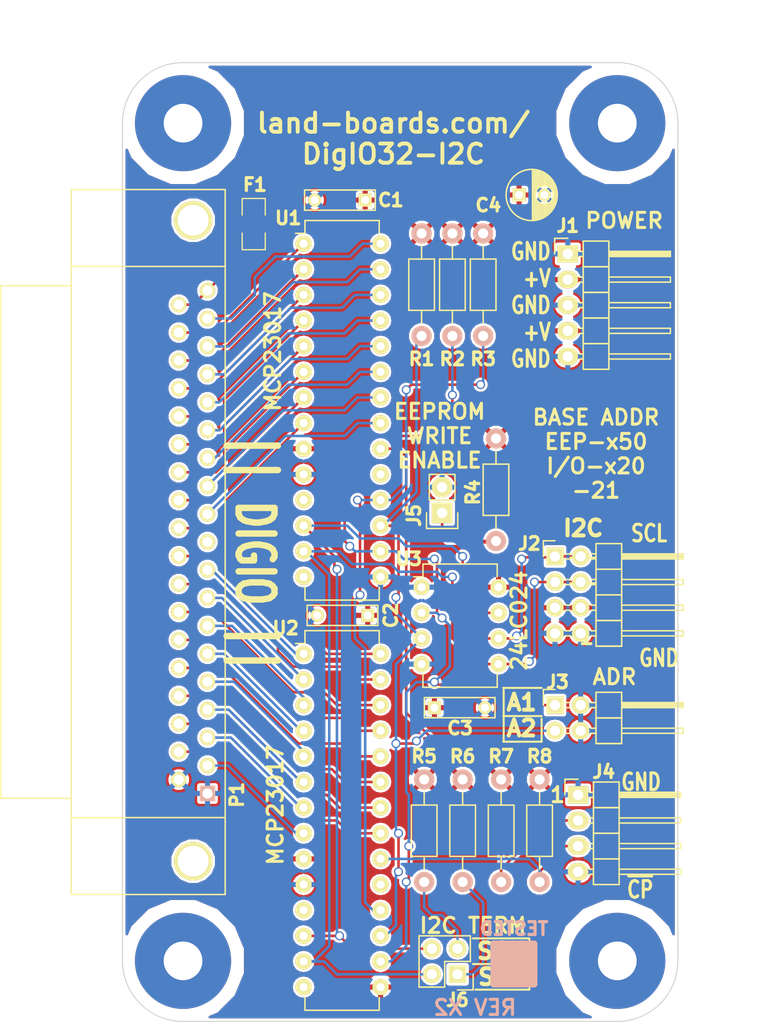
<source format=kicad_pcb>
(kicad_pcb (version 4) (host pcbnew 4.0.1-stable)
  (title_block (title "8-Channel Opto-Isolated Output I2C") (rev X1) (company land-boards.com))
  (layers (0 F.Cu signal) (31 B.Cu signal) (36 B.SilkS user) (37 F.SilkS user) (38 B.Mask user) (39 F.Mask user) (44 Edge.Cuts user))
  (net 0 "")
  (net 1 /A1)
  (net 2 /A2)
  (net 3 /SCL)
  (net 4 /SDA)
  (net 5 /VCC)
  (net 6 GND)
  (net 7 /RST)
  (net 8 /F5V)
  (net 9 "Net-(J6-Pad1)")
  (net 10 "Net-(J6-Pad3)")
  (net 11 /INT0)
  (net 12 /INT1)
  (net 13 "Net-(J5-Pad1)")
  (net 14 "Net-(P1-Pad2)")
  (net 15 "Net-(P1-Pad3)")
  (net 16 "Net-(P1-Pad4)")
  (net 17 "Net-(P1-Pad5)")
  (net 18 "Net-(P1-Pad6)")
  (net 19 "Net-(P1-Pad7)")
  (net 20 "Net-(P1-Pad8)")
  (net 21 "Net-(P1-Pad9)")
  (net 22 "Net-(P1-Pad11)")
  (net 23 "Net-(P1-Pad12)")
  (net 24 "Net-(P1-Pad13)")
  (net 25 "Net-(P1-Pad14)")
  (net 26 "Net-(P1-Pad15)")
  (net 27 "Net-(P1-Pad16)")
  (net 28 "Net-(P1-Pad17)")
  (net 29 "Net-(P1-Pad18)")
  (net 30 "Net-(P1-Pad21)")
  (net 31 "Net-(P1-Pad22)")
  (net 32 "Net-(P1-Pad23)")
  (net 33 "Net-(P1-Pad24)")
  (net 34 "Net-(P1-Pad25)")
  (net 35 "Net-(P1-Pad26)")
  (net 36 "Net-(P1-Pad27)")
  (net 37 "Net-(P1-Pad28)")
  (net 38 "Net-(P1-Pad29)")
  (net 39 "Net-(P1-Pad30)")
  (net 40 "Net-(P1-Pad31)")
  (net 41 "Net-(P1-Pad32)")
  (net 42 "Net-(P1-Pad33)")
  (net 43 "Net-(P1-Pad34)")
  (net 44 "Net-(P1-Pad35)")
  (net 45 "Net-(P1-Pad36)")
  (net 46 "Net-(P1-Pad10)")
  (net 47 "Net-(U1-Pad19)")
  (net 48 "Net-(U2-Pad19)")
  (module MTG-6-32 (layer F.Cu) (at 16 16 180)
    (fp_text reference MTG4 hide)
    (fp_text value MTG_HOLE hide)
    (pad 1 thru_hole circle (at 0 0 180) (size 9.525 9.525) (drill 3.8354) (layers *.Cu *.Mask) (clearance 1.27))
  )
  (module MTG-6-32 (layer F.Cu) (at 59 16 180)
    (fp_text reference MTG3 hide)
    (fp_text value MTG_HOLE hide)
    (pad 1 thru_hole circle (at 0 0 180) (size 9.525 9.525) (drill 3.8354) (layers *.Cu *.Mask) (clearance 1.27))
  )
  (module MTG-6-32 (layer F.Cu) (at 16 99 180)
    (fp_text reference MTG2 hide)
    (fp_text value MTG_HOLE hide)
    (pad 1 thru_hole circle (at 0 0 180) (size 9.525 9.525) (drill 3.8354) (layers *.Cu *.Mask) (clearance 1.27))
  )
  (module MTG-6-32 (layer F.Cu) (at 59 99 180)
    (fp_text reference MTG1 hide)
    (fp_text value MTG_HOLE hide)
    (pad 1 thru_hole circle (at 0 0 180) (size 9.525 9.525) (drill 3.8354) (layers *.Cu *.Mask) (clearance 1.27))
  )
  (module SM1206 (layer F.Cu) (at 23 26 270)
    (fp_text reference F1 (at -3.902 -0.114 360) (layer F.SilkS) (effects (font (size 1.27 1.27) (thickness 0.3175))))
    (fp_text value FUSE hide)
    (pad 1 smd rect (at -1.651 0 270) (size 1.524 2.032) (layers F.Cu F.Mask) (net 5 /VCC))
    (pad 2 smd rect (at 1.651 0 270) (size 1.524 2.032) (layers F.Cu F.Mask) (net 8 /F5V))
  )
  (module Pin_Headers:Pin_Header_Straight_1x02 (layer F.Cu) (at 41.656 54.61 180)
    (fp_text reference J5 (at 2.794 -0.254 270) (layer F.SilkS) (effects (font (size 1.27 1.27) (thickness 0.3175))))
    (fp_text value CONN_01X02 hide)
    (pad 1 thru_hole rect (at 0 0 180) (size 2.032 2.032) (drill 1.016) (layers *.Cu *.Mask F.SilkS) (net 13 "Net-(J5-Pad1)"))
    (pad 2 thru_hole oval (at 0 2.54 180) (size 2.032 2.032) (drill 1.016) (layers *.Cu *.Mask F.SilkS) (net 6 GND))
  )
  (module Capacitors_ThroughHole:C_Rect_L7_W2_P5 (layer F.Cu) (at 34.036 23.622 180)
    (fp_text reference C1 (at -2.54 0 180) (layer F.SilkS) (effects (font (size 1.27 1.27) (thickness 0.3175))))
    (fp_text value 0.1uF hide)
    (pad 1 thru_hole rect (at 0 0 180) (size 1.3 1.3) (drill 0.8) (layers *.Cu *.Mask F.SilkS) (net 5 /VCC))
    (pad 2 thru_hole circle (at 5 0 180) (size 1.3 1.3) (drill 0.8) (layers *.Cu *.Mask F.SilkS) (net 6 GND))
  )
  (module Capacitors_ThroughHole:C_Rect_L7_W2_P5 (layer F.Cu) (at 34.29 64.77 180)
    (fp_text reference C2 (at -2.286 0 270) (layer F.SilkS) (effects (font (size 1.27 1.27) (thickness 0.3175))))
    (fp_text value 0.1uF hide)
    (pad 1 thru_hole rect (at 0 0 180) (size 1.3 1.3) (drill 0.8) (layers *.Cu *.Mask F.SilkS) (net 5 /VCC))
    (pad 2 thru_hole circle (at 5 0 180) (size 1.3 1.3) (drill 0.8) (layers *.Cu *.Mask F.SilkS) (net 6 GND))
  )
  (module Connect:DB37FC (layer F.Cu) (at 17 57.5 90)
    (fp_text reference P1 (at -25.05 4.336 90) (layer F.SilkS) (effects (font (size 1.27 1.27) (thickness 0.3175))))
    (fp_text value DB37 hide)
    (pad 1 thru_hole rect (at -24.9174 1.4224 270) (size 1.524 1.524) (drill 1.016) (layers *.Cu *.SilkS *.Mask) (net 6 GND))
    (pad 2 thru_hole circle (at -22.1488 1.4224 270) (size 1.524 1.524) (drill 1.016) (layers *.Cu *.Mask F.SilkS) (net 14 "Net-(P1-Pad2)"))
    (pad 3 thru_hole circle (at -19.3802 1.4224 270) (size 1.524 1.524) (drill 1.016) (layers *.Cu *.Mask F.SilkS) (net 15 "Net-(P1-Pad3)"))
    (pad 4 thru_hole circle (at -16.6116 1.4224 270) (size 1.524 1.524) (drill 1.016) (layers *.Cu *.Mask F.SilkS) (net 16 "Net-(P1-Pad4)"))
    (pad 5 thru_hole circle (at -13.843 1.4224 270) (size 1.524 1.524) (drill 1.016) (layers *.Cu *.Mask F.SilkS) (net 17 "Net-(P1-Pad5)"))
    (pad 6 thru_hole circle (at -11.0744 1.4224 270) (size 1.524 1.524) (drill 1.016) (layers *.Cu *.Mask F.SilkS) (net 18 "Net-(P1-Pad6)"))
    (pad 7 thru_hole circle (at -8.3058 1.4224 270) (size 1.524 1.524) (drill 1.016) (layers *.Cu *.Mask F.SilkS) (net 19 "Net-(P1-Pad7)"))
    (pad 8 thru_hole circle (at -5.5372 1.4224 270) (size 1.524 1.524) (drill 1.016) (layers *.Cu *.Mask F.SilkS) (net 20 "Net-(P1-Pad8)"))
    (pad 9 thru_hole circle (at -2.7686 1.4224 270) (size 1.524 1.524) (drill 1.016) (layers *.Cu *.Mask F.SilkS) (net 21 "Net-(P1-Pad9)"))
    (pad ? thru_hole circle (at -31.623 0 270) (size 3.81 3.81) (drill 3.048) (layers *.Cu *.Mask F.SilkS))
    (pad ? thru_hole circle (at 31.877 0 270) (size 3.81 3.81) (drill 3.048) (layers *.Cu *.Mask F.SilkS))
    (pad 10 thru_hole circle (at 0 1.4224 270) (size 1.524 1.524) (drill 1.016) (layers *.Cu *.Mask F.SilkS) (net 46 "Net-(P1-Pad10)"))
    (pad 11 thru_hole circle (at 2.7686 1.4224 270) (size 1.524 1.524) (drill 1.016) (layers *.Cu *.Mask F.SilkS) (net 22 "Net-(P1-Pad11)"))
    (pad 12 thru_hole circle (at 5.5372 1.4224 270) (size 1.524 1.524) (drill 1.016) (layers *.Cu *.Mask F.SilkS) (net 23 "Net-(P1-Pad12)"))
    (pad 13 thru_hole circle (at 8.3058 1.4224 270) (size 1.524 1.524) (drill 1.016) (layers *.Cu *.Mask F.SilkS) (net 24 "Net-(P1-Pad13)"))
    (pad 14 thru_hole circle (at 11.0744 1.4224 270) (size 1.524 1.524) (drill 1.016) (layers *.Cu *.Mask F.SilkS) (net 25 "Net-(P1-Pad14)"))
    (pad 15 thru_hole circle (at 13.843 1.4224 270) (size 1.524 1.524) (drill 1.016) (layers *.Cu *.Mask F.SilkS) (net 26 "Net-(P1-Pad15)"))
    (pad 16 thru_hole circle (at 16.6116 1.4224 270) (size 1.524 1.524) (drill 1.016) (layers *.Cu *.Mask F.SilkS) (net 27 "Net-(P1-Pad16)"))
    (pad 17 thru_hole circle (at 19.3802 1.4224 270) (size 1.524 1.524) (drill 1.016) (layers *.Cu *.Mask F.SilkS) (net 28 "Net-(P1-Pad17)"))
    (pad 18 thru_hole circle (at 22.1488 1.4224 270) (size 1.524 1.524) (drill 1.016) (layers *.Cu *.Mask F.SilkS) (net 29 "Net-(P1-Pad18)"))
    (pad 19 thru_hole circle (at 24.9174 1.4224 270) (size 1.524 1.524) (drill 1.016) (layers *.Cu *.Mask F.SilkS) (net 8 /F5V))
    (pad 20 thru_hole circle (at -23.5458 -1.4224 270) (size 1.524 1.524) (drill 1.016) (layers *.Cu *.Mask F.SilkS) (net 6 GND))
    (pad 21 thru_hole circle (at -20.7772 -1.4224 270) (size 1.524 1.524) (drill 1.016) (layers *.Cu *.Mask F.SilkS) (net 30 "Net-(P1-Pad21)"))
    (pad 22 thru_hole circle (at -18.0086 -1.4224 270) (size 1.524 1.524) (drill 1.016) (layers *.Cu *.Mask F.SilkS) (net 31 "Net-(P1-Pad22)"))
    (pad 23 thru_hole circle (at -15.24 -1.4224 270) (size 1.524 1.524) (drill 1.016) (layers *.Cu *.Mask F.SilkS) (net 32 "Net-(P1-Pad23)"))
    (pad 24 thru_hole circle (at -12.4714 -1.4224 270) (size 1.524 1.524) (drill 1.016) (layers *.Cu *.Mask F.SilkS) (net 33 "Net-(P1-Pad24)"))
    (pad 25 thru_hole circle (at -9.7028 -1.4224 270) (size 1.524 1.524) (drill 1.016) (layers *.Cu *.Mask F.SilkS) (net 34 "Net-(P1-Pad25)"))
    (pad 26 thru_hole circle (at -6.9342 -1.4224 270) (size 1.524 1.524) (drill 1.016) (layers *.Cu *.Mask F.SilkS) (net 35 "Net-(P1-Pad26)"))
    (pad 27 thru_hole circle (at -4.1656 -1.4224 270) (size 1.524 1.524) (drill 1.016) (layers *.Cu *.Mask F.SilkS) (net 36 "Net-(P1-Pad27)"))
    (pad 28 thru_hole circle (at -1.397 -1.4224 270) (size 1.524 1.524) (drill 1.016) (layers *.Cu *.Mask F.SilkS) (net 37 "Net-(P1-Pad28)"))
    (pad 29 thru_hole circle (at 1.3716 -1.4224 270) (size 1.524 1.524) (drill 1.016) (layers *.Cu *.Mask F.SilkS) (net 38 "Net-(P1-Pad29)"))
    (pad 30 thru_hole circle (at 4.1402 -1.4224 270) (size 1.524 1.524) (drill 1.016) (layers *.Cu *.Mask F.SilkS) (net 39 "Net-(P1-Pad30)"))
    (pad 31 thru_hole circle (at 6.9088 -1.4224 270) (size 1.524 1.524) (drill 1.016) (layers *.Cu *.Mask F.SilkS) (net 40 "Net-(P1-Pad31)"))
    (pad 32 thru_hole circle (at 9.6774 -1.4224 270) (size 1.524 1.524) (drill 1.016) (layers *.Cu *.Mask F.SilkS) (net 41 "Net-(P1-Pad32)"))
    (pad 33 thru_hole circle (at 12.446 -1.4224 270) (size 1.524 1.524) (drill 1.016) (layers *.Cu *.Mask F.SilkS) (net 42 "Net-(P1-Pad33)"))
    (pad 34 thru_hole circle (at 15.2146 -1.4224 270) (size 1.524 1.524) (drill 1.016) (layers *.Cu *.Mask F.SilkS) (net 43 "Net-(P1-Pad34)"))
    (pad 35 thru_hole circle (at 17.9832 -1.4224 270) (size 1.524 1.524) (drill 1.016) (layers *.Cu *.Mask F.SilkS) (net 44 "Net-(P1-Pad35)"))
    (pad 36 thru_hole circle (at 20.7518 -1.4224 270) (size 1.524 1.524) (drill 1.016) (layers *.Cu *.Mask F.SilkS) (net 45 "Net-(P1-Pad36)"))
    (pad 37 thru_hole circle (at 23.5204 -1.4224 270) (size 1.524 1.524) (drill 1.016) (layers *.Cu *.Mask F.SilkS) (net 8 /F5V))
  )
  (module Housings_DIP:DIP-28_W7.62mm (layer F.Cu) (at 27.94 68.58)
    (fp_text reference U2 (at -1.778 -2.54) (layer F.SilkS) (effects (font (size 1.27 1.27) (thickness 0.3175))))
    (fp_text value MCP23017P hide)
    (pad 1 thru_hole oval (at 0 0) (size 1.6 1.6) (drill 0.8) (layers *.Cu *.Mask F.SilkS) (net 21 "Net-(P1-Pad9)"))
    (pad 2 thru_hole oval (at 0 2.54) (size 1.6 1.6) (drill 0.8) (layers *.Cu *.Mask F.SilkS) (net 20 "Net-(P1-Pad8)"))
    (pad 3 thru_hole oval (at 0 5.08) (size 1.6 1.6) (drill 0.8) (layers *.Cu *.Mask F.SilkS) (net 19 "Net-(P1-Pad7)"))
    (pad 4 thru_hole oval (at 0 7.62) (size 1.6 1.6) (drill 0.8) (layers *.Cu *.Mask F.SilkS) (net 18 "Net-(P1-Pad6)"))
    (pad 5 thru_hole oval (at 0 10.16) (size 1.6 1.6) (drill 0.8) (layers *.Cu *.Mask F.SilkS) (net 17 "Net-(P1-Pad5)"))
    (pad 6 thru_hole oval (at 0 12.7) (size 1.6 1.6) (drill 0.8) (layers *.Cu *.Mask F.SilkS) (net 16 "Net-(P1-Pad4)"))
    (pad 7 thru_hole oval (at 0 15.24) (size 1.6 1.6) (drill 0.8) (layers *.Cu *.Mask F.SilkS) (net 15 "Net-(P1-Pad3)"))
    (pad 8 thru_hole oval (at 0 17.78) (size 1.6 1.6) (drill 0.8) (layers *.Cu *.Mask F.SilkS) (net 14 "Net-(P1-Pad2)"))
    (pad 9 thru_hole oval (at 0 20.32) (size 1.6 1.6) (drill 0.8) (layers *.Cu *.Mask F.SilkS) (net 5 /VCC))
    (pad 10 thru_hole oval (at 0 22.86) (size 1.6 1.6) (drill 0.8) (layers *.Cu *.Mask F.SilkS) (net 6 GND))
    (pad 11 thru_hole oval (at 0 25.4) (size 1.6 1.6) (drill 0.8) (layers *.Cu *.Mask F.SilkS))
    (pad 12 thru_hole oval (at 0 27.94) (size 1.6 1.6) (drill 0.8) (layers *.Cu *.Mask F.SilkS) (net 3 /SCL))
    (pad 13 thru_hole oval (at 0 30.48) (size 1.6 1.6) (drill 0.8) (layers *.Cu *.Mask F.SilkS) (net 4 /SDA))
    (pad 14 thru_hole oval (at 0 33.02) (size 1.6 1.6) (drill 0.8) (layers *.Cu *.Mask F.SilkS))
    (pad 15 thru_hole oval (at 7.62 33.02) (size 1.6 1.6) (drill 0.8) (layers *.Cu *.Mask F.SilkS) (net 5 /VCC))
    (pad 16 thru_hole oval (at 7.62 30.48) (size 1.6 1.6) (drill 0.8) (layers *.Cu *.Mask F.SilkS) (net 1 /A1))
    (pad 17 thru_hole oval (at 7.62 27.94) (size 1.6 1.6) (drill 0.8) (layers *.Cu *.Mask F.SilkS) (net 2 /A2))
    (pad 18 thru_hole oval (at 7.62 25.4) (size 1.6 1.6) (drill 0.8) (layers *.Cu *.Mask F.SilkS) (net 7 /RST))
    (pad 19 thru_hole oval (at 7.62 22.86) (size 1.6 1.6) (drill 0.8) (layers *.Cu *.Mask F.SilkS) (net 48 "Net-(U2-Pad19)"))
    (pad 20 thru_hole oval (at 7.62 20.32) (size 1.6 1.6) (drill 0.8) (layers *.Cu *.Mask F.SilkS) (net 11 /INT0))
    (pad 21 thru_hole oval (at 7.62 17.78) (size 1.6 1.6) (drill 0.8) (layers *.Cu *.Mask F.SilkS) (net 30 "Net-(P1-Pad21)"))
    (pad 22 thru_hole oval (at 7.62 15.24) (size 1.6 1.6) (drill 0.8) (layers *.Cu *.Mask F.SilkS) (net 31 "Net-(P1-Pad22)"))
    (pad 23 thru_hole oval (at 7.62 12.7) (size 1.6 1.6) (drill 0.8) (layers *.Cu *.Mask F.SilkS) (net 32 "Net-(P1-Pad23)"))
    (pad 24 thru_hole oval (at 7.62 10.16) (size 1.6 1.6) (drill 0.8) (layers *.Cu *.Mask F.SilkS) (net 33 "Net-(P1-Pad24)"))
    (pad 25 thru_hole oval (at 7.62 7.62) (size 1.6 1.6) (drill 0.8) (layers *.Cu *.Mask F.SilkS) (net 34 "Net-(P1-Pad25)"))
    (pad 26 thru_hole oval (at 7.62 5.08) (size 1.6 1.6) (drill 0.8) (layers *.Cu *.Mask F.SilkS) (net 35 "Net-(P1-Pad26)"))
    (pad 27 thru_hole oval (at 7.62 2.54) (size 1.6 1.6) (drill 0.8) (layers *.Cu *.Mask F.SilkS) (net 36 "Net-(P1-Pad27)"))
    (pad 28 thru_hole oval (at 7.62 0) (size 1.6 1.6) (drill 0.8) (layers *.Cu *.Mask F.SilkS) (net 37 "Net-(P1-Pad28)"))
  )
  (module Housings_DIP:DIP-28_W7.62mm (layer F.Cu) (at 27.94 27.94)
    (fp_text reference U1 (at -1.524 -2.54) (layer F.SilkS) (effects (font (size 1.27 1.27) (thickness 0.3175))))
    (fp_text value MCP23017P hide)
    (pad 1 thru_hole oval (at 0 0) (size 1.6 1.6) (drill 0.8) (layers *.Cu *.Mask F.SilkS) (net 45 "Net-(P1-Pad36)"))
    (pad 2 thru_hole oval (at 0 2.54) (size 1.6 1.6) (drill 0.8) (layers *.Cu *.Mask F.SilkS) (net 44 "Net-(P1-Pad35)"))
    (pad 3 thru_hole oval (at 0 5.08) (size 1.6 1.6) (drill 0.8) (layers *.Cu *.Mask F.SilkS) (net 43 "Net-(P1-Pad34)"))
    (pad 4 thru_hole oval (at 0 7.62) (size 1.6 1.6) (drill 0.8) (layers *.Cu *.Mask F.SilkS) (net 42 "Net-(P1-Pad33)"))
    (pad 5 thru_hole oval (at 0 10.16) (size 1.6 1.6) (drill 0.8) (layers *.Cu *.Mask F.SilkS) (net 41 "Net-(P1-Pad32)"))
    (pad 6 thru_hole oval (at 0 12.7) (size 1.6 1.6) (drill 0.8) (layers *.Cu *.Mask F.SilkS) (net 40 "Net-(P1-Pad31)"))
    (pad 7 thru_hole oval (at 0 15.24) (size 1.6 1.6) (drill 0.8) (layers *.Cu *.Mask F.SilkS) (net 39 "Net-(P1-Pad30)"))
    (pad 8 thru_hole oval (at 0 17.78) (size 1.6 1.6) (drill 0.8) (layers *.Cu *.Mask F.SilkS) (net 38 "Net-(P1-Pad29)"))
    (pad 9 thru_hole oval (at 0 20.32) (size 1.6 1.6) (drill 0.8) (layers *.Cu *.Mask F.SilkS) (net 5 /VCC))
    (pad 10 thru_hole oval (at 0 22.86) (size 1.6 1.6) (drill 0.8) (layers *.Cu *.Mask F.SilkS) (net 6 GND))
    (pad 11 thru_hole oval (at 0 25.4) (size 1.6 1.6) (drill 0.8) (layers *.Cu *.Mask F.SilkS))
    (pad 12 thru_hole oval (at 0 27.94) (size 1.6 1.6) (drill 0.8) (layers *.Cu *.Mask F.SilkS) (net 3 /SCL))
    (pad 13 thru_hole oval (at 0 30.48) (size 1.6 1.6) (drill 0.8) (layers *.Cu *.Mask F.SilkS) (net 4 /SDA))
    (pad 14 thru_hole oval (at 0 33.02) (size 1.6 1.6) (drill 0.8) (layers *.Cu *.Mask F.SilkS))
    (pad 15 thru_hole oval (at 7.62 33.02) (size 1.6 1.6) (drill 0.8) (layers *.Cu *.Mask F.SilkS) (net 6 GND))
    (pad 16 thru_hole oval (at 7.62 30.48) (size 1.6 1.6) (drill 0.8) (layers *.Cu *.Mask F.SilkS) (net 1 /A1))
    (pad 17 thru_hole oval (at 7.62 27.94) (size 1.6 1.6) (drill 0.8) (layers *.Cu *.Mask F.SilkS) (net 2 /A2))
    (pad 18 thru_hole oval (at 7.62 25.4) (size 1.6 1.6) (drill 0.8) (layers *.Cu *.Mask F.SilkS) (net 7 /RST))
    (pad 19 thru_hole oval (at 7.62 22.86) (size 1.6 1.6) (drill 0.8) (layers *.Cu *.Mask F.SilkS) (net 47 "Net-(U1-Pad19)"))
    (pad 20 thru_hole oval (at 7.62 20.32) (size 1.6 1.6) (drill 0.8) (layers *.Cu *.Mask F.SilkS) (net 12 /INT1))
    (pad 21 thru_hole oval (at 7.62 17.78) (size 1.6 1.6) (drill 0.8) (layers *.Cu *.Mask F.SilkS) (net 22 "Net-(P1-Pad11)"))
    (pad 22 thru_hole oval (at 7.62 15.24) (size 1.6 1.6) (drill 0.8) (layers *.Cu *.Mask F.SilkS) (net 23 "Net-(P1-Pad12)"))
    (pad 23 thru_hole oval (at 7.62 12.7) (size 1.6 1.6) (drill 0.8) (layers *.Cu *.Mask F.SilkS) (net 24 "Net-(P1-Pad13)"))
    (pad 24 thru_hole oval (at 7.62 10.16) (size 1.6 1.6) (drill 0.8) (layers *.Cu *.Mask F.SilkS) (net 25 "Net-(P1-Pad14)"))
    (pad 25 thru_hole oval (at 7.62 7.62) (size 1.6 1.6) (drill 0.8) (layers *.Cu *.Mask F.SilkS) (net 26 "Net-(P1-Pad15)"))
    (pad 26 thru_hole oval (at 7.62 5.08) (size 1.6 1.6) (drill 0.8) (layers *.Cu *.Mask F.SilkS) (net 27 "Net-(P1-Pad16)"))
    (pad 27 thru_hole oval (at 7.62 2.54) (size 1.6 1.6) (drill 0.8) (layers *.Cu *.Mask F.SilkS) (net 28 "Net-(P1-Pad17)"))
    (pad 28 thru_hole oval (at 7.62 0) (size 1.6 1.6) (drill 0.8) (layers *.Cu *.Mask F.SilkS) (net 29 "Net-(P1-Pad18)"))
  )
  (module Housings_DIP:DIP-8_W7.62mm (layer F.Cu) (at 39.624 61.976)
    (fp_text reference U3 (at -1.27 -2.794) (layer F.SilkS) (effects (font (size 1.27 1.27) (thickness 0.3175))))
    (fp_text value 24C01 hide)
    (pad 1 thru_hole oval (at 0 0) (size 1.6 1.6) (drill 0.8) (layers *.Cu *.Mask F.SilkS) (net 6 GND))
    (pad 2 thru_hole oval (at 0 2.54) (size 1.6 1.6) (drill 0.8) (layers *.Cu *.Mask F.SilkS) (net 1 /A1))
    (pad 3 thru_hole oval (at 0 5.08) (size 1.6 1.6) (drill 0.8) (layers *.Cu *.Mask F.SilkS) (net 2 /A2))
    (pad 4 thru_hole oval (at 0 7.62) (size 1.6 1.6) (drill 0.8) (layers *.Cu *.Mask F.SilkS) (net 6 GND))
    (pad 5 thru_hole oval (at 7.62 7.62) (size 1.6 1.6) (drill 0.8) (layers *.Cu *.Mask F.SilkS) (net 4 /SDA))
    (pad 6 thru_hole oval (at 7.62 5.08) (size 1.6 1.6) (drill 0.8) (layers *.Cu *.Mask F.SilkS) (net 3 /SCL))
    (pad 7 thru_hole oval (at 7.62 2.54) (size 1.6 1.6) (drill 0.8) (layers *.Cu *.Mask F.SilkS) (net 13 "Net-(J5-Pad1)"))
    (pad 8 thru_hole oval (at 7.62 0) (size 1.6 1.6) (drill 0.8) (layers *.Cu *.Mask F.SilkS) (net 5 /VCC))
  )
  (module Pin_Headers:Pin_Header_Angled_2x04 (layer F.Cu) (at 52.832 58.928)
    (fp_text reference J2 (at -2.54 -1.27) (layer F.SilkS) (effects (font (size 1.27 1.27) (thickness 0.3175))))
    (fp_text value CONN_02X04 hide)
    (pad 1 thru_hole rect (at 0 0) (size 1.7272 1.7272) (drill 1.016) (layers *.Cu *.Mask F.SilkS) (net 3 /SCL))
    (pad 2 thru_hole oval (at 2.54 0) (size 1.7272 1.7272) (drill 1.016) (layers *.Cu *.Mask F.SilkS) (net 3 /SCL))
    (pad 3 thru_hole oval (at 0 2.54) (size 1.7272 1.7272) (drill 1.016) (layers *.Cu *.Mask F.SilkS) (net 4 /SDA))
    (pad 4 thru_hole oval (at 2.54 2.54) (size 1.7272 1.7272) (drill 1.016) (layers *.Cu *.Mask F.SilkS) (net 4 /SDA))
    (pad 5 thru_hole oval (at 0 5.08) (size 1.7272 1.7272) (drill 1.016) (layers *.Cu *.Mask F.SilkS) (net 5 /VCC))
    (pad 6 thru_hole oval (at 2.54 5.08) (size 1.7272 1.7272) (drill 1.016) (layers *.Cu *.Mask F.SilkS) (net 5 /VCC))
    (pad 7 thru_hole oval (at 0 7.62) (size 1.7272 1.7272) (drill 1.016) (layers *.Cu *.Mask F.SilkS) (net 6 GND))
    (pad 8 thru_hole oval (at 2.54 7.62) (size 1.7272 1.7272) (drill 1.016) (layers *.Cu *.Mask F.SilkS) (net 6 GND))
  )
  (module Pin_Headers:Pin_Header_Angled_1x05 (layer F.Cu) (at 54.102 28.956)
    (fp_text reference J1 (at 0 -2.794) (layer F.SilkS) (effects (font (size 1.27 1.27) (thickness 0.3175))))
    (fp_text value CONN_01X05 hide)
    (pad 1 thru_hole rect (at 0 0) (size 2.032 1.7272) (drill 1.016) (layers *.Cu *.Mask F.SilkS) (net 6 GND))
    (pad 2 thru_hole oval (at 0 2.54) (size 2.032 1.7272) (drill 1.016) (layers *.Cu *.Mask F.SilkS) (net 5 /VCC))
    (pad 3 thru_hole oval (at 0 5.08) (size 2.032 1.7272) (drill 1.016) (layers *.Cu *.Mask F.SilkS) (net 6 GND))
    (pad 4 thru_hole oval (at 0 7.62) (size 2.032 1.7272) (drill 1.016) (layers *.Cu *.Mask F.SilkS) (net 5 /VCC))
    (pad 5 thru_hole oval (at 0 10.16) (size 2.032 1.7272) (drill 1.016) (layers *.Cu *.Mask F.SilkS) (net 6 GND))
  )
  (module Resistors_ThroughHole:Resistor_Horizontal_RM10mm (layer F.Cu) (at 43.688 91.186 90)
    (fp_text reference R6 (at 12.446 0 180) (layer F.SilkS) (effects (font (size 1.27 1.27) (thickness 0.3175))))
    (fp_text value 2.2K hide)
    (pad 1 thru_hole circle (at 0 0 90) (size 1.99898 1.99898) (drill 1.00076) (layers *.Cu *.SilkS *.Mask) (net 9 "Net-(J6-Pad1)"))
    (pad 2 thru_hole circle (at 10.16 0 90) (size 1.99898 1.99898) (drill 1.00076) (layers *.Cu *.SilkS *.Mask) (net 5 /VCC))
  )
  (module Resistors_ThroughHole:Resistor_Horizontal_RM10mm (layer F.Cu) (at 39.878 91.186 90)
    (fp_text reference R5 (at 12.446 0 180) (layer F.SilkS) (effects (font (size 1.27 1.27) (thickness 0.3175))))
    (fp_text value 2.2K hide)
    (pad 1 thru_hole circle (at 0 0 90) (size 1.99898 1.99898) (drill 1.00076) (layers *.Cu *.SilkS *.Mask) (net 10 "Net-(J6-Pad3)"))
    (pad 2 thru_hole circle (at 10.16 0 90) (size 1.99898 1.99898) (drill 1.00076) (layers *.Cu *.SilkS *.Mask) (net 5 /VCC))
  )
  (module Resistors_ThroughHole:Resistor_Horizontal_RM10mm (layer F.Cu) (at 47.498 91.186 90)
    (fp_text reference R7 (at 12.446 0 180) (layer F.SilkS) (effects (font (size 1.27 1.27) (thickness 0.3175))))
    (fp_text value 10K hide)
    (pad 1 thru_hole circle (at 0 0 90) (size 1.99898 1.99898) (drill 1.00076) (layers *.Cu *.SilkS *.Mask) (net 12 /INT1))
    (pad 2 thru_hole circle (at 10.16 0 90) (size 1.99898 1.99898) (drill 1.00076) (layers *.Cu *.SilkS *.Mask) (net 5 /VCC))
  )
  (module Resistors_ThroughHole:Resistor_Horizontal_RM10mm (layer F.Cu) (at 45.72 37.084 90)
    (fp_text reference R3 (at -2.286 0 180) (layer F.SilkS) (effects (font (size 1.27 1.27) (thickness 0.3175))))
    (fp_text value 10K hide)
    (pad 1 thru_hole circle (at 0 0 90) (size 1.99898 1.99898) (drill 1.00076) (layers *.Cu *.SilkS *.Mask) (net 7 /RST))
    (pad 2 thru_hole circle (at 10.16 0 90) (size 1.99898 1.99898) (drill 1.00076) (layers *.Cu *.SilkS *.Mask) (net 5 /VCC))
  )
  (module Resistors_ThroughHole:Resistor_Horizontal_RM10mm (layer F.Cu) (at 46.99 57.404 90)
    (fp_text reference R4 (at 4.826 -2.286 270) (layer F.SilkS) (effects (font (size 1.27 1.27) (thickness 0.3175))))
    (fp_text value 1K hide)
    (pad 1 thru_hole circle (at 0 0 90) (size 1.99898 1.99898) (drill 1.00076) (layers *.Cu *.SilkS *.Mask) (net 13 "Net-(J5-Pad1)"))
    (pad 2 thru_hole circle (at 10.16 0 90) (size 1.99898 1.99898) (drill 1.00076) (layers *.Cu *.SilkS *.Mask) (net 5 /VCC))
  )
  (module Resistors_ThroughHole:Resistor_Horizontal_RM10mm (layer F.Cu) (at 39.624 37.084 90)
    (fp_text reference R1 (at -2.286 0 180) (layer F.SilkS) (effects (font (size 1.27 1.27) (thickness 0.3175))))
    (fp_text value 10K hide)
    (pad 1 thru_hole circle (at 0 0 90) (size 1.99898 1.99898) (drill 1.00076) (layers *.Cu *.SilkS *.Mask) (net 2 /A2))
    (pad 2 thru_hole circle (at 10.16 0 90) (size 1.99898 1.99898) (drill 1.00076) (layers *.Cu *.SilkS *.Mask) (net 5 /VCC))
  )
  (module Resistors_ThroughHole:Resistor_Horizontal_RM10mm (layer F.Cu) (at 51.308 91.186 90)
    (fp_text reference R8 (at 12.446 0 180) (layer F.SilkS) (effects (font (size 1.27 1.27) (thickness 0.3175))))
    (fp_text value 10K hide)
    (pad 1 thru_hole circle (at 0 0 90) (size 1.99898 1.99898) (drill 1.00076) (layers *.Cu *.SilkS *.Mask) (net 11 /INT0))
    (pad 2 thru_hole circle (at 10.16 0 90) (size 1.99898 1.99898) (drill 1.00076) (layers *.Cu *.SilkS *.Mask) (net 5 /VCC))
  )
  (module Resistors_ThroughHole:Resistor_Horizontal_RM10mm (layer F.Cu) (at 42.672 37.084 90)
    (fp_text reference R2 (at -2.286 0 180) (layer F.SilkS) (effects (font (size 1.27 1.27) (thickness 0.3175))))
    (fp_text value 10K hide)
    (pad 1 thru_hole circle (at 0 0 90) (size 1.99898 1.99898) (drill 1.00076) (layers *.Cu *.SilkS *.Mask) (net 1 /A1))
    (pad 2 thru_hole circle (at 10.16 0 90) (size 1.99898 1.99898) (drill 1.00076) (layers *.Cu *.SilkS *.Mask) (net 5 /VCC))
  )
  (module Pin_Headers:Pin_Header_Angled_1x04 (layer F.Cu) (at 55.118 82.55)
    (fp_text reference J4 (at 2.54 -2.286) (layer F.SilkS) (effects (font (size 1.27 1.27) (thickness 0.3175))))
    (fp_text value CONN_01X04 hide)
    (pad 1 thru_hole rect (at 0 0) (size 2.032 1.7272) (drill 1.016) (layers *.Cu *.Mask F.SilkS) (net 6 GND))
    (pad 2 thru_hole oval (at 0 2.54) (size 2.032 1.7272) (drill 1.016) (layers *.Cu *.Mask F.SilkS) (net 12 /INT1))
    (pad 3 thru_hole oval (at 0 5.08) (size 2.032 1.7272) (drill 1.016) (layers *.Cu *.Mask F.SilkS) (net 11 /INT0))
    (pad 4 thru_hole oval (at 0 7.62) (size 2.032 1.7272) (drill 1.016) (layers *.Cu *.Mask F.SilkS) (net 6 GND))
  )
  (module Capacitors_ThroughHole:C_Rect_L7_W2_P5 (layer F.Cu) (at 40.894 73.914)
    (fp_text reference C3 (at 2.54 2.032) (layer F.SilkS) (effects (font (size 1.27 1.27) (thickness 0.3175))))
    (fp_text value 0.1uF hide)
    (pad 1 thru_hole rect (at 0 0) (size 1.3 1.3) (drill 0.8) (layers *.Cu *.Mask F.SilkS) (net 5 /VCC))
    (pad 2 thru_hole circle (at 5 0) (size 1.3 1.3) (drill 0.8) (layers *.Cu *.Mask F.SilkS) (net 6 GND))
  )
  (module Pin_Headers:Pin_Header_Angled_2x02 (layer F.Cu) (at 52.832 73.66)
    (fp_text reference J3 (at 0.254 -2.286) (layer F.SilkS) (effects (font (size 1.27 1.27) (thickness 0.3175))))
    (fp_text value CONN_02X02 hide)
    (pad 1 thru_hole rect (at 0 0) (size 1.7272 1.7272) (drill 1.016) (layers *.Cu *.Mask F.SilkS) (net 1 /A1))
    (pad 2 thru_hole oval (at 2.54 0) (size 1.7272 1.7272) (drill 1.016) (layers *.Cu *.Mask F.SilkS) (net 6 GND))
    (pad 3 thru_hole oval (at 0 2.54) (size 1.7272 1.7272) (drill 1.016) (layers *.Cu *.Mask F.SilkS) (net 2 /A2))
    (pad 4 thru_hole oval (at 2.54 2.54) (size 1.7272 1.7272) (drill 1.016) (layers *.Cu *.Mask F.SilkS) (net 6 GND))
  )
  (module Pin_Headers:Pin_Header_Straight_2x02 (layer F.Cu) (at 43.18 100.33 180)
    (fp_text reference J6 (at 0 -2.54 180) (layer F.SilkS) (effects (font (size 1.27 1.27) (thickness 0.3175))))
    (fp_text value CONN_02X02 hide)
    (pad 1 thru_hole rect (at 0 0 180) (size 1.7272 1.7272) (drill 1.016) (layers *.Cu *.Mask F.SilkS) (net 9 "Net-(J6-Pad1)"))
    (pad 2 thru_hole oval (at 2.54 0 180) (size 1.7272 1.7272) (drill 1.016) (layers *.Cu *.Mask F.SilkS) (net 4 /SDA))
    (pad 3 thru_hole oval (at 0 2.54 180) (size 1.7272 1.7272) (drill 1.016) (layers *.Cu *.Mask F.SilkS) (net 10 "Net-(J6-Pad3)"))
    (pad 4 thru_hole oval (at 2.54 2.54 180) (size 1.7272 1.7272) (drill 1.016) (layers *.Cu *.Mask F.SilkS) (net 3 /SCL))
  )
  (module Capacitors_ThroughHole:C_Radial_D5_L11_P2.5 (layer F.Cu) (at 49.276 23.114)
    (fp_text reference C4 (at -3.048 1.016) (layer F.SilkS) (effects (font (size 1.27 1.27) (thickness 0.3175))))
    (fp_text value 47uF hide)
    (pad 1 thru_hole rect (at 0 0) (size 1.3 1.3) (drill 0.8) (layers *.Cu *.Mask F.SilkS) (net 5 /VCC))
    (pad 2 thru_hole circle (at 2.5 0) (size 1.3 1.3) (drill 0.8) (layers *.Cu *.Mask F.SilkS) (net 6 GND))
  )
  (module DougsNewMods:TEST_BLK-REAR (layer F.Cu) (at 48.768 99.314)
    (fp_text reference TESTED (at 0 -3.5) (layer B.SilkS) (effects (font (size 1.27 1.27) (thickness 0.3175)) (justify mirror)))
    (fp_text value TESTED_COUPON hide)
  )
  (gr_text ~CP (at 62.738 91.948) (layer F.SilkS) (effects (font (size 1.651 1.27) (thickness 0.3)) (justify right)))
  (gr_text SCL (at 60.198 56.642) (layer F.SilkS) (effects (font (size 1.651 1.27) (thickness 0.3)) (justify left)))
  (gr_line (start 50.292 99.314) (end 44.704 99.314) (angle 90) (layer F.SilkS) (width 0.2))
  (gr_line (start 50.292 101.854) (end 44.958 101.854) (angle 90) (layer F.SilkS) (width 0.2))
  (gr_line (start 50.292 96.774) (end 50.292 101.854) (angle 90) (layer F.SilkS) (width 0.2))
  (gr_line (start 44.704 96.774) (end 50.292 96.774) (angle 90) (layer F.SilkS) (width 0.2))
  (gr_line (start 47.752 72.136) (end 47.752 77.216) (angle 90) (layer F.SilkS) (width 0.2))
  (gr_text "A1\nA2" (at 49.53 74.676) (layer F.SilkS) (effects (font (size 1.5875 1.5875) (thickness 0.396875))))
  (gr_line (start 59 105) (end 16 105) (angle 90) (layer Edge.Cuts) (width 0.1))
  (gr_line (start 16 10) (end 59 10) (angle 90) (layer Edge.Cuts) (width 0.1))
  (gr_text MCP23017 (at 24.892 38.608 90) (layer F.SilkS) (effects (font (size 1.5 1.5) (thickness 0.3))))
  (gr_line (start 54.35 59.046) (end 56.89 59.046) (angle 90) (layer F.SilkS) (width 0.2))
  (gr_line (start 54.35 61.586) (end 56.89 61.586) (angle 90) (layer F.SilkS) (width 0.2))
  (gr_line (start 47.698 71.952) (end 51.508 71.952) (angle 90) (layer F.SilkS) (width 0.2))
  (gr_line (start 47.698 74.746) (end 51.508 74.746) (angle 90) (layer F.SilkS) (width 0.2))
  (gr_line (start 51.508 77.286) (end 51.508 75) (angle 90) (layer F.SilkS) (width 0.2))
  (gr_line (start 47.698 77.286) (end 51.508 77.286) (angle 90) (layer F.SilkS) (width 0.2))
  (gr_text POWER (at 59.69 25.654) (layer F.SilkS) (effects (font (size 1.5 1.5) (thickness 0.3))))
  (gr_text "EEPROM\nWRITE\nENABLE" (at 41.402 46.99) (layer F.SilkS) (effects (font (size 1.5 1.5) (thickness 0.3))))
  (gr_text 24LC024 (at 49.276 65.278 90) (layer F.SilkS) (effects (font (size 1.5 1.5) (thickness 0.3))))
  (gr_text MCP23017 (at 25.146 83.566 90) (layer F.SilkS) (effects (font (size 1.5 1.5) (thickness 0.3))))
  (gr_text "SCK\nSDA" (at 47.498 99.314) (layer F.SilkS) (effects (font (size 1.5875 1.5875) (thickness 0.396875))))
  (gr_text "I2C TERM" (at 44.704 95.504) (layer F.SilkS) (effects (font (size 1.5 1.5) (thickness 0.3))))
  (gr_text ADR (at 56.388 70.866) (layer F.SilkS) (effects (font (size 1.5 1.5) (thickness 0.3)) (justify left)))
  (gr_text 1 (at 53.086 82.55) (layer F.SilkS) (effects (font (size 1.5 1.5) (thickness 0.3))))
  (gr_text 1 (at 55.958 66.896) (layer F.SilkS) (effects (font (size 1.5 1.5) (thickness 0.3))))
  (gr_text "GND\n+V\nGND\n+V\nGND" (at 52.578 34.036) (layer F.SilkS) (effects (font (size 1.651 1.27) (thickness 0.3)) (justify right)))
  (gr_text GND (at 63.5 81.28) (layer F.SilkS) (effects (font (size 1.651 1.27) (thickness 0.3)) (justify right)))
  (gr_line (start 10 99) (end 10 16) (angle 90) (layer Edge.Cuts) (width 0.1))
  (gr_line (start 65 16) (end 65 99) (angle 90) (layer Edge.Cuts) (width 0.1))
  (gr_arc (start 16 99) (end 16 105) (angle 90) (layer Edge.Cuts) (width 0.1))
  (gr_arc (start 59 99) (end 65 99) (angle 90) (layer Edge.Cuts) (width 0.1))
  (gr_arc (start 59 16) (end 59 10) (angle 90) (layer Edge.Cuts) (width 0.1))
  (gr_arc (start 16 16) (end 10 16) (angle 90) (layer Edge.Cuts) (width 0.1))
  (gr_text "BASE ADDR\nEEP-x50\nI/O-x20\n-21" (at 56.896 48.768) (layer F.SilkS) (effects (font (size 1.5 1.5) (thickness 0.3))))
  (gr_text "land-boards.com/\nDigIO32-I2C" (at 36.83 17.526) (layer F.SilkS) (effects (font (size 1.905 1.905) (thickness 0.381))))
  (gr_text I2C (at 55.626 56.134) (layer F.SilkS) (effects (font (size 1.5875 1.5875) (thickness 0.396875))))
  (gr_text GND (at 61 69) (layer F.SilkS) (effects (font (size 1.651 1.27) (thickness 0.3)) (justify left)))
  (gr_text "|| DIGIO ||" (at 23.114 70.866 270) (layer F.SilkS) (effects (font (size 3.556 2.54) (thickness 0.635)) (justify right)))
  (gr_text "REV X2" (at 40.64 103.632) (layer B.SilkS) (effects (font (size 1.5 1.5) (thickness 0.3)) (justify right mirror)))
  (segment (start 52.832 73.66) (end 51.054 73.66) (width 0.254) (layer F.Cu) (net 1))
  (via (at 40.894 71.374) (size 0.889) (layers F.Cu B.Cu) (net 1))
  (segment (start 41.148 71.628) (end 40.894 71.374) (width 0.254) (layer F.Cu) (net 1))
  (segment (start 49.022 71.628) (end 41.148 71.628) (width 0.254) (layer F.Cu) (net 1))
  (segment (start 51.054 73.66) (end 49.022 71.628) (width 0.254) (layer F.Cu) (net 1))
  (segment (start 38.1 77.978) (end 38.1 72.39) (width 0.254) (layer B.Cu) (net 1))
  (segment (start 39.116 71.374) (end 40.894 71.374) (width 0.254) (layer B.Cu) (net 1))
  (segment (start 35.56 99.06) (end 36.576 99.06) (width 0.254) (layer B.Cu) (net 1))
  (segment (start 38.1 82.296) (end 38.1 77.978) (width 0.254) (layer B.Cu) (net 1))
  (segment (start 38.354 82.55) (end 38.1 82.296) (width 0.254) (layer B.Cu) (net 1))
  (segment (start 38.354 87.63) (end 38.354 82.55) (width 0.254) (layer B.Cu) (net 1))
  (via (at 38.354 87.63) (size 0.889) (layers F.Cu B.Cu) (net 1))
  (segment (start 38.354 90.932) (end 38.354 87.63) (width 0.254) (layer F.Cu) (net 1))
  (segment (start 38.1 91.186) (end 38.354 90.932) (width 0.254) (layer F.Cu) (net 1))
  (via (at 38.1 91.186) (size 0.889) (layers F.Cu B.Cu) (net 1))
  (segment (start 38.1 97.536) (end 38.1 91.186) (width 0.254) (layer B.Cu) (net 1))
  (segment (start 36.576 99.06) (end 38.1 97.536) (width 0.254) (layer B.Cu) (net 1))
  (segment (start 38.1 72.39) (end 39.116 71.374) (width 0.254) (layer B.Cu) (net 1))
  (segment (start 41.148 64.516) (end 39.624 64.516) (width 0.254) (layer B.Cu) (net 1))
  (segment (start 37.084 58.42) (end 37.846 59.182) (width 0.254) (layer B.Cu) (net 1))
  (segment (start 37.846 59.182) (end 40.894 59.182) (width 0.254) (layer B.Cu) (net 1))
  (via (at 40.894 59.182) (size 0.889) (layers F.Cu B.Cu) (net 1))
  (segment (start 40.894 59.182) (end 41.148 59.436) (width 0.254) (layer F.Cu) (net 1))
  (segment (start 41.148 59.436) (end 41.148 64.516) (width 0.254) (layer F.Cu) (net 1))
  (segment (start 41.148 64.516) (end 41.656 65.024) (width 0.254) (layer F.Cu) (net 1))
  (segment (start 35.56 58.42) (end 37.084 58.42) (width 0.254) (layer B.Cu) (net 1))
  (segment (start 33.02 58.42) (end 32.512 57.912) (width 0.254) (layer B.Cu) (net 1))
  (via (at 32.512 57.912) (size 0.889) (layers F.Cu B.Cu) (net 1))
  (segment (start 32.512 57.912) (end 32.004 57.404) (width 0.254) (layer F.Cu) (net 1))
  (segment (start 32.004 57.404) (end 32.004 48.26) (width 0.254) (layer F.Cu) (net 1))
  (segment (start 32.004 48.26) (end 33.274 46.99) (width 0.254) (layer F.Cu) (net 1))
  (segment (start 33.274 46.99) (end 39.37 46.99) (width 0.254) (layer F.Cu) (net 1))
  (segment (start 39.37 46.99) (end 42.672 43.688) (width 0.254) (layer F.Cu) (net 1))
  (segment (start 42.672 43.688) (end 42.672 42.926) (width 0.254) (layer F.Cu) (net 1))
  (via (at 42.672 42.926) (size 0.889) (layers F.Cu B.Cu) (net 1))
  (segment (start 42.672 42.926) (end 42.672 37.211) (width 0.254) (layer B.Cu) (net 1))
  (segment (start 35.56 58.42) (end 33.02 58.42) (width 0.254) (layer B.Cu) (net 1))
  (segment (start 41.656 65.024) (end 41.148 64.516) (width 0.254) (layer B.Cu) (net 1))
  (via (at 41.656 65.024) (size 0.889) (layers F.Cu B.Cu) (net 1))
  (segment (start 42.418 65.786) (end 41.656 65.024) (width 0.254) (layer B.Cu) (net 1))
  (segment (start 40.894 71.374) (end 42.418 69.85) (width 0.254) (layer B.Cu) (net 1))
  (segment (start 42.418 69.85) (end 42.418 65.786) (width 0.254) (layer B.Cu) (net 1))
  (segment (start 52.832 76.2) (end 40.132 76.2) (width 0.254) (layer B.Cu) (net 2))
  (via (at 37.084 77.47) (size 0.889) (layers F.Cu B.Cu) (net 2))
  (segment (start 38.862 77.47) (end 37.084 77.47) (width 0.254) (layer F.Cu) (net 2))
  (segment (start 39.116 77.216) (end 38.862 77.47) (width 0.254) (layer F.Cu) (net 2))
  (via (at 39.116 77.216) (size 0.889) (layers F.Cu B.Cu) (net 2))
  (segment (start 40.132 76.2) (end 39.116 77.216) (width 0.254) (layer B.Cu) (net 2))
  (segment (start 37.084 74.93) (end 37.084 71.628) (width 0.254) (layer B.Cu) (net 2))
  (segment (start 37.084 86.106) (end 37.084 77.47) (width 0.254) (layer B.Cu) (net 2))
  (segment (start 37.338 86.36) (end 37.084 86.106) (width 0.254) (layer B.Cu) (net 2))
  (segment (start 37.084 77.47) (end 37.084 74.93) (width 0.254) (layer B.Cu) (net 2))
  (segment (start 37.084 71.628) (end 37.084 69.596) (width 0.254) (layer B.Cu) (net 2))
  (segment (start 36.068 96.52) (end 37.084 95.504) (width 0.254) (layer B.Cu) (net 2))
  (segment (start 37.084 95.504) (end 37.084 90.424) (width 0.254) (layer B.Cu) (net 2))
  (segment (start 37.084 90.424) (end 37.338 90.17) (width 0.254) (layer B.Cu) (net 2))
  (via (at 37.338 90.17) (size 0.889) (layers F.Cu B.Cu) (net 2))
  (segment (start 37.338 90.17) (end 37.338 86.36) (width 0.254) (layer F.Cu) (net 2))
  (via (at 37.338 86.36) (size 0.889) (layers F.Cu B.Cu) (net 2))
  (segment (start 35.56 96.52) (end 36.068 96.52) (width 0.254) (layer B.Cu) (net 2))
  (segment (start 39.116 37.719) (end 39.624 37.211) (width 0.254) (layer B.Cu) (net 2))
  (segment (start 39.116 52.578) (end 39.116 37.719) (width 0.254) (layer B.Cu) (net 2))
  (segment (start 35.814 55.88) (end 39.116 52.578) (width 0.254) (layer B.Cu) (net 2))
  (segment (start 35.56 55.88) (end 35.814 55.88) (width 0.254) (layer B.Cu) (net 2))
  (segment (start 37.084 64.516) (end 39.624 67.056) (width 0.254) (layer B.Cu) (net 2))
  (segment (start 36.576 55.88) (end 35.56 55.88) (width 0.254) (layer F.Cu) (net 2))
  (segment (start 37.338 56.642) (end 36.576 55.88) (width 0.254) (layer F.Cu) (net 2))
  (segment (start 37.338 62.738) (end 37.338 56.642) (width 0.254) (layer F.Cu) (net 2))
  (segment (start 37.084 62.992) (end 37.338 62.738) (width 0.254) (layer F.Cu) (net 2))
  (via (at 37.084 62.992) (size 0.889) (layers F.Cu B.Cu) (net 2))
  (segment (start 37.084 62.992) (end 37.084 64.516) (width 0.254) (layer B.Cu) (net 2))
  (segment (start 37.084 69.596) (end 39.624 67.056) (width 0.254) (layer B.Cu) (net 2))
  (segment (start 40.64 97.79) (end 32.766 97.79) (width 0.254) (layer F.Cu) (net 3))
  (segment (start 32.766 97.79) (end 31.496 96.52) (width 0.254) (layer F.Cu) (net 3))
  (segment (start 48.768 67.056) (end 49.022 66.802) (width 0.254) (layer F.Cu) (net 3))
  (via (at 49.022 66.802) (size 0.889) (layers F.Cu B.Cu) (net 3))
  (segment (start 49.022 66.802) (end 49.53 66.294) (width 0.254) (layer B.Cu) (net 3))
  (segment (start 49.53 66.294) (end 49.53 59.182) (width 0.254) (layer B.Cu) (net 3))
  (via (at 49.53 59.182) (size 0.889) (layers F.Cu B.Cu) (net 3))
  (segment (start 49.53 59.182) (end 49.69 59.022) (width 0.254) (layer F.Cu) (net 3))
  (segment (start 49.69 59.022) (end 52.91 59.022) (width 0.254) (layer F.Cu) (net 3))
  (segment (start 47.244 67.056) (end 48.768 67.056) (width 0.254) (layer F.Cu) (net 3))
  (segment (start 45.72 67.056) (end 43.688 65.024) (width 0.254) (layer F.Cu) (net 3))
  (segment (start 43.688 65.024) (end 43.688 58.928) (width 0.254) (layer F.Cu) (net 3))
  (via (at 43.688 58.928) (size 0.889) (layers F.Cu B.Cu) (net 3))
  (segment (start 43.688 58.928) (end 42.672 57.912) (width 0.254) (layer B.Cu) (net 3))
  (segment (start 42.672 57.912) (end 38.1 57.912) (width 0.254) (layer B.Cu) (net 3))
  (segment (start 38.1 57.912) (end 37.338 57.15) (width 0.254) (layer B.Cu) (net 3))
  (segment (start 37.338 57.15) (end 33.528 57.15) (width 0.254) (layer B.Cu) (net 3))
  (segment (start 33.528 57.15) (end 32.258 55.88) (width 0.254) (layer B.Cu) (net 3))
  (segment (start 32.258 55.88) (end 27.94 55.88) (width 0.254) (layer B.Cu) (net 3))
  (segment (start 47.244 67.056) (end 45.72 67.056) (width 0.254) (layer F.Cu) (net 3))
  (segment (start 40.386 97.536) (end 40.64 97.79) (width 0.254) (layer F.Cu) (net 3))
  (via (at 31.496 96.52) (size 0.889) (layers F.Cu B.Cu) (net 3))
  (segment (start 30.988 58.928) (end 27.94 55.88) (width 0.254) (layer F.Cu) (net 3))
  (segment (start 30.988 59.944) (end 30.988 58.928) (width 0.254) (layer F.Cu) (net 3))
  (segment (start 31.242 60.198) (end 30.988 59.944) (width 0.254) (layer F.Cu) (net 3))
  (via (at 31.242 60.198) (size 0.889) (layers F.Cu B.Cu) (net 3))
  (segment (start 31.242 96.266) (end 31.242 60.198) (width 0.254) (layer B.Cu) (net 3))
  (segment (start 31.496 96.52) (end 31.242 96.266) (width 0.254) (layer B.Cu) (net 3))
  (segment (start 27.94 96.52) (end 31.496 96.52) (width 0.254) (layer F.Cu) (net 3))
  (segment (start 52.832 58.928) (end 55.372 58.928) (width 0.254) (layer F.Cu) (net 3))
  (segment (start 38.354 100.33) (end 40.64 100.33) (width 0.254) (layer B.Cu) (net 4))
  (segment (start 31.242 100.33) (end 38.354 100.33) (width 0.254) (layer B.Cu) (net 4))
  (segment (start 50.038 69.596) (end 50.292 69.342) (width 0.254) (layer F.Cu) (net 4))
  (via (at 50.292 69.342) (size 0.889) (layers F.Cu B.Cu) (net 4))
  (segment (start 50.292 69.342) (end 50.8 68.834) (width 0.254) (layer B.Cu) (net 4))
  (segment (start 50.8 68.834) (end 50.8 61.468) (width 0.254) (layer B.Cu) (net 4))
  (via (at 50.8 61.468) (size 0.889) (layers F.Cu B.Cu) (net 4))
  (segment (start 47.244 69.596) (end 50.038 69.596) (width 0.254) (layer F.Cu) (net 4))
  (via (at 42.672 60.96) (size 0.889) (layers F.Cu B.Cu) (net 4))
  (segment (start 42.672 60.96) (end 42.672 67.056) (width 0.254) (layer F.Cu) (net 4))
  (segment (start 42.672 67.056) (end 45.212 69.596) (width 0.254) (layer F.Cu) (net 4))
  (segment (start 45.212 69.596) (end 47.244 69.596) (width 0.254) (layer F.Cu) (net 4))
  (segment (start 32.766 59.69) (end 36.576 59.69) (width 0.254) (layer B.Cu) (net 4))
  (segment (start 31.496 58.42) (end 32.766 59.69) (width 0.254) (layer B.Cu) (net 4))
  (segment (start 27.94 58.42) (end 31.496 58.42) (width 0.254) (layer B.Cu) (net 4))
  (segment (start 29.718 99.06) (end 27.94 99.06) (width 0.254) (layer B.Cu) (net 4))
  (segment (start 30.48 60.706) (end 30.48 97.536) (width 0.254) (layer B.Cu) (net 4))
  (segment (start 30.48 97.536) (end 28.956 99.06) (width 0.254) (layer B.Cu) (net 4))
  (segment (start 28.956 99.06) (end 27.94 99.06) (width 0.254) (layer B.Cu) (net 4))
  (segment (start 28.194 58.42) (end 30.48 60.706) (width 0.254) (layer B.Cu) (net 4))
  (segment (start 27.94 58.42) (end 28.194 58.42) (width 0.254) (layer B.Cu) (net 4))
  (segment (start 29.718 99.06) (end 27.94 99.06) (width 0.254) (layer B.Cu) (net 4))
  (segment (start 29.972 99.06) (end 31.242 100.33) (width 0.254) (layer B.Cu) (net 4))
  (segment (start 27.94 99.06) (end 29.972 99.06) (width 0.254) (layer B.Cu) (net 4))
  (segment (start 41.656 60.96) (end 41.148 60.452) (width 0.254) (layer B.Cu) (net 4))
  (segment (start 41.148 60.452) (end 37.338 60.452) (width 0.254) (layer B.Cu) (net 4))
  (segment (start 37.338 60.452) (end 36.576 59.69) (width 0.254) (layer B.Cu) (net 4))
  (segment (start 42.672 60.96) (end 41.656 60.96) (width 0.254) (layer B.Cu) (net 4))
  (segment (start 50.8 61.468) (end 52.832 61.468) (width 0.254) (layer F.Cu) (net 4))
  (segment (start 52.832 61.468) (end 55.372 61.468) (width 0.254) (layer F.Cu) (net 4))
  (via (at 33.274 53.34) (size 0.889) (layers F.Cu B.Cu) (net 7))
  (segment (start 33.274 53.34) (end 33.528 53.594) (width 0.254) (layer F.Cu) (net 7))
  (segment (start 33.528 53.594) (end 33.528 62.738) (width 0.254) (layer F.Cu) (net 7))
  (via (at 33.528 62.738) (size 0.889) (layers F.Cu B.Cu) (net 7))
  (segment (start 35.56 53.34) (end 33.274 53.34) (width 0.254) (layer B.Cu) (net 7))
  (segment (start 34.036 93.218) (end 34.036 69.342) (width 0.254) (layer B.Cu) (net 7))
  (segment (start 34.798 93.98) (end 34.036 93.218) (width 0.254) (layer B.Cu) (net 7))
  (segment (start 35.56 93.98) (end 34.798 93.98) (width 0.254) (layer B.Cu) (net 7))
  (segment (start 36.576 53.34) (end 38.1 51.816) (width 0.254) (layer B.Cu) (net 7))
  (segment (start 38.1 51.816) (end 38.1 42.418) (width 0.254) (layer B.Cu) (net 7))
  (via (at 38.1 42.418) (size 0.889) (layers F.Cu B.Cu) (net 7))
  (segment (start 38.1 42.418) (end 38.608 41.91) (width 0.254) (layer F.Cu) (net 7))
  (segment (start 38.608 41.91) (end 45.466 41.91) (width 0.254) (layer F.Cu) (net 7))
  (via (at 45.466 41.91) (size 0.889) (layers F.Cu B.Cu) (net 7))
  (segment (start 45.466 41.91) (end 45.72 41.656) (width 0.254) (layer B.Cu) (net 7))
  (segment (start 45.72 41.656) (end 45.72 37.211) (width 0.254) (layer B.Cu) (net 7))
  (segment (start 35.56 53.34) (end 36.576 53.34) (width 0.254) (layer B.Cu) (net 7))
  (segment (start 33.020002 67.055998) (end 34.036 68.071996) (width 0.254) (layer B.Cu) (net 7))
  (segment (start 34.036 68.071996) (end 34.036 69.342) (width 0.254) (layer B.Cu) (net 7))
  (segment (start 33.020002 63.245998) (end 33.020002 67.055998) (width 0.254) (layer B.Cu) (net 7))
  (segment (start 33.528 62.738) (end 33.020002 63.245998) (width 0.254) (layer B.Cu) (net 7))
  (segment (start 23 28.005) (end 23 27.651) (width 0.254) (layer F.Cu) (net 8))
  (segment (start 17.0254 33.9796) (end 23 28.005) (width 0.254) (layer F.Cu) (net 8))
  (segment (start 17.0254 33.9796) (end 18.4224 32.5826) (width 0.254) (layer F.Cu) (net 8))
  (segment (start 15.5776 33.9796) (end 17.0254 33.9796) (width 0.254) (layer F.Cu) (net 8))
  (segment (start 43.18 100.33) (end 44.704 100.33) (width 0.254) (layer B.Cu) (net 9))
  (segment (start 44.704 100.33) (end 45.72 99.314) (width 0.254) (layer B.Cu) (net 9))
  (segment (start 45.72 93.218) (end 43.688 91.186) (width 0.254) (layer B.Cu) (net 9))
  (segment (start 45.72 99.314) (end 45.72 93.218) (width 0.254) (layer B.Cu) (net 9))
  (segment (start 43.18 97.79) (end 43.18 96.012) (width 0.254) (layer B.Cu) (net 10))
  (segment (start 43.18 96.012) (end 41.656 94.488) (width 0.254) (layer B.Cu) (net 10))
  (segment (start 39.878 93.726) (end 39.878 91.186) (width 0.254) (layer B.Cu) (net 10))
  (segment (start 40.64 94.488) (end 39.878 93.726) (width 0.254) (layer B.Cu) (net 10))
  (segment (start 41.656 94.488) (end 40.64 94.488) (width 0.254) (layer B.Cu) (net 10))
  (segment (start 43.18 97.79) (end 43.18 97.028) (width 0.254) (layer B.Cu) (net 10))
  (segment (start 51.308 89.916) (end 51.308 91.059) (width 0.254) (layer B.Cu) (net 11))
  (segment (start 50.292 88.9) (end 51.308 89.916) (width 0.254) (layer B.Cu) (net 11))
  (segment (start 35.56 88.9) (end 50.292 88.9) (width 0.254) (layer B.Cu) (net 11))
  (segment (start 53.848 87.63) (end 51.308 90.17) (width 0.254) (layer F.Cu) (net 11))
  (segment (start 51.308 90.17) (end 51.308 91.059) (width 0.254) (layer F.Cu) (net 11))
  (segment (start 55.118 87.63) (end 53.848 87.63) (width 0.254) (layer F.Cu) (net 11))
  (segment (start 38.1 70.358) (end 38.1 74.422) (width 0.254) (layer F.Cu) (net 12))
  (segment (start 42.418 78.74) (end 44.196 78.74) (width 0.254) (layer F.Cu) (net 12))
  (segment (start 38.1 74.422) (end 42.418 78.74) (width 0.254) (layer F.Cu) (net 12))
  (segment (start 44.196 78.74) (end 45.72 80.264) (width 0.254) (layer F.Cu) (net 12))
  (segment (start 47.498 83.566) (end 45.72 81.788) (width 0.254) (layer F.Cu) (net 12))
  (segment (start 47.498 86.106) (end 47.498 83.566) (width 0.254) (layer F.Cu) (net 12))
  (segment (start 47.498 91.059) (end 47.498 86.106) (width 0.254) (layer F.Cu) (net 12))
  (segment (start 45.72 81.788) (end 45.72 80.264) (width 0.254) (layer F.Cu) (net 12))
  (segment (start 37.338 48.26) (end 35.56 48.26) (width 0.254) (layer F.Cu) (net 12))
  (segment (start 38.1 49.022) (end 37.338 48.26) (width 0.254) (layer F.Cu) (net 12))
  (segment (start 38.1 70.358) (end 38.1 49.022) (width 0.254) (layer F.Cu) (net 12))
  (segment (start 52.324 85.09) (end 47.498 89.916) (width 0.254) (layer F.Cu) (net 12))
  (segment (start 47.498 89.916) (end 47.498 91.059) (width 0.254) (layer F.Cu) (net 12))
  (segment (start 55.118 85.09) (end 52.324 85.09) (width 0.254) (layer F.Cu) (net 12))
  (segment (start 46.99 57.404) (end 42.164 57.404) (width 0.254) (layer F.Cu) (net 13))
  (segment (start 41.656 56.896) (end 41.656 54.61) (width 0.254) (layer F.Cu) (net 13))
  (segment (start 42.164 57.404) (end 41.656 56.896) (width 0.254) (layer F.Cu) (net 13))
  (segment (start 46.99 57.531) (end 44.958 57.531) (width 0.254) (layer F.Cu) (net 13))
  (segment (start 45.72 64.516) (end 44.958 63.754) (width 0.254) (layer F.Cu) (net 13))
  (segment (start 44.958 63.754) (end 44.958 57.531) (width 0.254) (layer F.Cu) (net 13))
  (segment (start 47.244 64.516) (end 45.72 64.516) (width 0.254) (layer F.Cu) (net 13))
  (segment (start 27.94 86.36) (end 27.178 86.36) (width 0.254) (layer B.Cu) (net 14))
  (segment (start 27.178 86.36) (end 20.4668 79.6488) (width 0.254) (layer B.Cu) (net 14))
  (segment (start 20.4668 79.6488) (end 18.4224 79.6488) (width 0.254) (layer B.Cu) (net 14))
  (segment (start 27.94 83.82) (end 27.686 83.82) (width 0.254) (layer B.Cu) (net 15))
  (segment (start 27.686 83.82) (end 20.7462 76.8802) (width 0.254) (layer B.Cu) (net 15))
  (segment (start 20.7462 76.8802) (end 18.4224 76.8802) (width 0.254) (layer B.Cu) (net 15))
  (segment (start 27.94 81.28) (end 27.686 81.28) (width 0.254) (layer B.Cu) (net 16))
  (segment (start 27.686 81.28) (end 20.5176 74.1116) (width 0.254) (layer B.Cu) (net 16))
  (segment (start 20.5176 74.1116) (end 18.4224 74.1116) (width 0.254) (layer B.Cu) (net 16))
  (segment (start 27.94 78.74) (end 27.94 78.232) (width 0.254) (layer B.Cu) (net 17))
  (segment (start 27.94 78.232) (end 21.051 71.343) (width 0.254) (layer B.Cu) (net 17))
  (segment (start 21.051 71.343) (end 18.4224 71.343) (width 0.254) (layer B.Cu) (net 17))
  (segment (start 27.94 76.2) (end 27.686 76.2) (width 0.254) (layer B.Cu) (net 18))
  (segment (start 27.686 76.2) (end 20.0604 68.5744) (width 0.254) (layer B.Cu) (net 18))
  (segment (start 20.0604 68.5744) (end 18.4224 68.5744) (width 0.254) (layer B.Cu) (net 18))
  (segment (start 27.94 73.66) (end 27.94 72.898) (width 0.254) (layer B.Cu) (net 19))
  (segment (start 27.94 72.898) (end 20.8478 65.8058) (width 0.254) (layer B.Cu) (net 19))
  (segment (start 20.8478 65.8058) (end 18.4224 65.8058) (width 0.254) (layer B.Cu) (net 19))
  (segment (start 18.4224 63.0372) (end 19.8572 63.0372) (width 0.254) (layer B.Cu) (net 20))
  (segment (start 19.8572 63.0372) (end 27.94 71.12) (width 0.254) (layer B.Cu) (net 20))
  (segment (start 27.94 68.58) (end 27.178 68.58) (width 0.254) (layer B.Cu) (net 21))
  (segment (start 27.178 68.58) (end 18.8666 60.2686) (width 0.254) (layer B.Cu) (net 21))
  (segment (start 18.8666 60.2686) (end 18.4224 60.2686) (width 0.254) (layer B.Cu) (net 21))
  (segment (start 33.274 45.72) (end 35.56 45.72) (width 0.254) (layer B.Cu) (net 22))
  (segment (start 32.004 46.99) (end 33.274 45.72) (width 0.254) (layer B.Cu) (net 22))
  (segment (start 26.162 46.99) (end 32.004 46.99) (width 0.254) (layer B.Cu) (net 22))
  (segment (start 18.4224 54.7296) (end 26.162 46.99) (width 0.254) (layer B.Cu) (net 22))
  (segment (start 18.4224 54.7314) (end 18.4224 54.7296) (width 0.254) (layer B.Cu) (net 22))
  (segment (start 33.274 43.18) (end 35.56 43.18) (width 0.254) (layer B.Cu) (net 23))
  (segment (start 32.004 44.45) (end 33.274 43.18) (width 0.254) (layer B.Cu) (net 23))
  (segment (start 25.908 44.45) (end 32.004 44.45) (width 0.254) (layer B.Cu) (net 23))
  (segment (start 18.4224 51.9356) (end 25.908 44.45) (width 0.254) (layer B.Cu) (net 23))
  (segment (start 18.4224 51.9628) (end 18.4224 51.9356) (width 0.254) (layer B.Cu) (net 23))
  (segment (start 33.528 40.64) (end 35.56 40.64) (width 0.254) (layer B.Cu) (net 24))
  (segment (start 32.258 41.91) (end 33.528 40.64) (width 0.254) (layer B.Cu) (net 24))
  (segment (start 26.416 41.91) (end 32.258 41.91) (width 0.254) (layer B.Cu) (net 24))
  (segment (start 19.1318 49.1942) (end 26.416 41.91) (width 0.254) (layer B.Cu) (net 24))
  (segment (start 18.4224 49.1942) (end 19.1318 49.1942) (width 0.254) (layer B.Cu) (net 24))
  (segment (start 19.6144 46.4256) (end 26.67 39.37) (width 0.254) (layer B.Cu) (net 25))
  (segment (start 26.67 39.37) (end 32.258 39.37) (width 0.254) (layer B.Cu) (net 25))
  (segment (start 32.258 39.37) (end 33.528 38.1) (width 0.254) (layer B.Cu) (net 25))
  (segment (start 33.528 38.1) (end 35.56 38.1) (width 0.254) (layer B.Cu) (net 25))
  (segment (start 18.4224 46.4256) (end 19.6144 46.4256) (width 0.254) (layer B.Cu) (net 25))
  (segment (start 19.589 43.657) (end 26.416 36.83) (width 0.254) (layer B.Cu) (net 26))
  (segment (start 26.416 36.83) (end 32.004 36.83) (width 0.254) (layer B.Cu) (net 26))
  (segment (start 32.004 36.83) (end 33.274 35.56) (width 0.254) (layer B.Cu) (net 26))
  (segment (start 33.274 35.56) (end 35.56 35.56) (width 0.254) (layer B.Cu) (net 26))
  (segment (start 18.4224 43.657) (end 19.589 43.657) (width 0.254) (layer B.Cu) (net 26))
  (segment (start 20.0716 40.8884) (end 26.67 34.29) (width 0.254) (layer B.Cu) (net 27))
  (segment (start 26.67 34.29) (end 31.75 34.29) (width 0.254) (layer B.Cu) (net 27))
  (segment (start 31.75 34.29) (end 33.02 33.02) (width 0.254) (layer B.Cu) (net 27))
  (segment (start 33.02 33.02) (end 35.56 33.02) (width 0.254) (layer B.Cu) (net 27))
  (segment (start 18.4224 40.8884) (end 20.0716 40.8884) (width 0.254) (layer B.Cu) (net 27))
  (segment (start 20.5542 38.1198) (end 26.924 31.75) (width 0.254) (layer B.Cu) (net 28))
  (segment (start 26.924 31.75) (end 32.258 31.75) (width 0.254) (layer B.Cu) (net 28))
  (segment (start 32.258 31.75) (end 33.528 30.48) (width 0.254) (layer B.Cu) (net 28))
  (segment (start 33.528 30.48) (end 35.56 30.48) (width 0.254) (layer B.Cu) (net 28))
  (segment (start 18.4224 38.1198) (end 20.5542 38.1198) (width 0.254) (layer B.Cu) (net 28))
  (segment (start 20.7828 35.3512) (end 23.114 33.02) (width 0.254) (layer B.Cu) (net 29))
  (segment (start 23.114 33.02) (end 23.114 31.242) (width 0.254) (layer B.Cu) (net 29))
  (segment (start 23.114 31.242) (end 25.146 29.21) (width 0.254) (layer B.Cu) (net 29))
  (segment (start 25.146 29.21) (end 32.512 29.21) (width 0.254) (layer B.Cu) (net 29))
  (segment (start 32.512 29.21) (end 33.782 27.94) (width 0.254) (layer B.Cu) (net 29))
  (segment (start 33.782 27.94) (end 35.56 27.94) (width 0.254) (layer B.Cu) (net 29))
  (segment (start 18.4224 35.3512) (end 20.7828 35.3512) (width 0.254) (layer B.Cu) (net 29))
  (segment (start 35.56 86.36) (end 32.512 86.36) (width 0.254) (layer F.Cu) (net 30))
  (segment (start 20.3652 78.2772) (end 15.5776 78.2772) (width 0.254) (layer F.Cu) (net 30))
  (segment (start 27.178 85.09) (end 20.3652 78.2772) (width 0.254) (layer F.Cu) (net 30))
  (segment (start 31.242 85.09) (end 27.178 85.09) (width 0.254) (layer F.Cu) (net 30))
  (segment (start 32.512 86.36) (end 31.242 85.09) (width 0.254) (layer F.Cu) (net 30))
  (segment (start 35.56 83.82) (end 31.496 83.82) (width 0.254) (layer F.Cu) (net 31))
  (segment (start 20.3906 75.5086) (end 15.5776 75.5086) (width 0.254) (layer F.Cu) (net 31))
  (segment (start 27.432 82.55) (end 20.3906 75.5086) (width 0.254) (layer F.Cu) (net 31))
  (segment (start 30.226 82.55) (end 27.432 82.55) (width 0.254) (layer F.Cu) (net 31))
  (segment (start 31.496 83.82) (end 30.226 82.55) (width 0.254) (layer F.Cu) (net 31))
  (segment (start 35.56 81.28) (end 32.004 81.28) (width 0.254) (layer F.Cu) (net 32))
  (segment (start 20.162 72.74) (end 15.5776 72.74) (width 0.254) (layer F.Cu) (net 32))
  (segment (start 27.432 80.01) (end 20.162 72.74) (width 0.254) (layer F.Cu) (net 32))
  (segment (start 30.734 80.01) (end 27.432 80.01) (width 0.254) (layer F.Cu) (net 32))
  (segment (start 32.004 81.28) (end 30.734 80.01) (width 0.254) (layer F.Cu) (net 32))
  (segment (start 35.56 78.74) (end 33.02 78.74) (width 0.254) (layer F.Cu) (net 33))
  (segment (start 19.9334 69.9714) (end 15.5776 69.9714) (width 0.254) (layer F.Cu) (net 33))
  (segment (start 27.432 77.47) (end 19.9334 69.9714) (width 0.254) (layer F.Cu) (net 33))
  (segment (start 31.75 77.47) (end 27.432 77.47) (width 0.254) (layer F.Cu) (net 33))
  (segment (start 33.02 78.74) (end 31.75 77.47) (width 0.254) (layer F.Cu) (net 33))
  (segment (start 35.56 76.2) (end 33.274 76.2) (width 0.254) (layer F.Cu) (net 34))
  (segment (start 19.4508 67.2028) (end 15.5776 67.2028) (width 0.254) (layer F.Cu) (net 34))
  (segment (start 27.178 74.93) (end 19.4508 67.2028) (width 0.254) (layer F.Cu) (net 34))
  (segment (start 32.004 74.93) (end 27.178 74.93) (width 0.254) (layer F.Cu) (net 34))
  (segment (start 33.274 76.2) (end 32.004 74.93) (width 0.254) (layer F.Cu) (net 34))
  (segment (start 35.56 73.66) (end 31.242 73.66) (width 0.254) (layer F.Cu) (net 35))
  (segment (start 18.9682 64.4342) (end 15.5776 64.4342) (width 0.254) (layer F.Cu) (net 35))
  (segment (start 26.924 72.39) (end 18.9682 64.4342) (width 0.254) (layer F.Cu) (net 35))
  (segment (start 29.972 72.39) (end 26.924 72.39) (width 0.254) (layer F.Cu) (net 35))
  (segment (start 31.242 73.66) (end 29.972 72.39) (width 0.254) (layer F.Cu) (net 35))
  (segment (start 15.5776 61.6656) (end 19.5016 61.6656) (width 0.254) (layer F.Cu) (net 36))
  (segment (start 19.5016 61.6656) (end 25.4 67.564) (width 0.254) (layer F.Cu) (net 36))
  (segment (start 35.56 71.12) (end 33.02 71.12) (width 0.254) (layer F.Cu) (net 36))
  (segment (start 25.4 68.326) (end 25.4 67.564) (width 0.254) (layer F.Cu) (net 36))
  (segment (start 26.924 69.85) (end 25.4 68.326) (width 0.254) (layer F.Cu) (net 36))
  (segment (start 31.75 69.85) (end 26.924 69.85) (width 0.254) (layer F.Cu) (net 36))
  (segment (start 33.02 71.12) (end 31.75 69.85) (width 0.254) (layer F.Cu) (net 36))
  (segment (start 15.5776 58.897) (end 20.543 58.897) (width 0.254) (layer F.Cu) (net 37))
  (segment (start 20.543 58.897) (end 27.178 65.532) (width 0.254) (layer F.Cu) (net 37))
  (segment (start 30.226 68.58) (end 27.178 65.532) (width 0.254) (layer F.Cu) (net 37))
  (segment (start 35.56 68.58) (end 30.226 68.58) (width 0.254) (layer F.Cu) (net 37))
  (segment (start 15.5776 56.1284) (end 19.3096 56.1284) (width 0.254) (layer F.Cu) (net 38))
  (segment (start 20.32 53.34) (end 27.94 45.72) (width 0.254) (layer F.Cu) (net 38))
  (segment (start 20.32 55.118) (end 20.32 53.34) (width 0.254) (layer F.Cu) (net 38))
  (segment (start 19.3096 56.1284) (end 20.32 55.118) (width 0.254) (layer F.Cu) (net 38))
  (segment (start 15.5776 53.3598) (end 19.0302 53.3598) (width 0.254) (layer F.Cu) (net 39))
  (segment (start 19.0302 53.3598) (end 20.066 52.324) (width 0.254) (layer F.Cu) (net 39))
  (segment (start 20.066 51.054) (end 27.94 43.18) (width 0.254) (layer F.Cu) (net 39))
  (segment (start 20.066 52.324) (end 20.066 51.054) (width 0.254) (layer F.Cu) (net 39))
  (segment (start 15.5776 50.5912) (end 19.2588 50.5912) (width 0.254) (layer F.Cu) (net 40))
  (segment (start 19.2588 50.5912) (end 20.066 49.784) (width 0.254) (layer F.Cu) (net 40))
  (segment (start 20.066 48.514) (end 27.94 40.64) (width 0.254) (layer F.Cu) (net 40))
  (segment (start 20.066 49.784) (end 20.066 48.514) (width 0.254) (layer F.Cu) (net 40))
  (segment (start 15.5776 47.8226) (end 19.2334 47.8226) (width 0.254) (layer F.Cu) (net 41))
  (segment (start 20.066 45.974) (end 27.94 38.1) (width 0.254) (layer F.Cu) (net 41))
  (segment (start 20.066 46.99) (end 20.066 45.974) (width 0.254) (layer F.Cu) (net 41))
  (segment (start 19.2334 47.8226) (end 20.066 46.99) (width 0.254) (layer F.Cu) (net 41))
  (segment (start 15.5776 45.054) (end 18.954 45.054) (width 0.254) (layer F.Cu) (net 42))
  (segment (start 18.954 45.054) (end 20.066 43.942) (width 0.254) (layer F.Cu) (net 42))
  (segment (start 20.066 43.434) (end 27.94 35.56) (width 0.254) (layer F.Cu) (net 42))
  (segment (start 20.066 43.942) (end 20.066 43.434) (width 0.254) (layer F.Cu) (net 42))
  (segment (start 18.6746 42.2854) (end 27.94 33.02) (width 0.254) (layer F.Cu) (net 43))
  (segment (start 15.5776 42.2854) (end 18.6746 42.2854) (width 0.254) (layer F.Cu) (net 43))
  (segment (start 18.9032 39.5168) (end 27.94 30.48) (width 0.254) (layer F.Cu) (net 44))
  (segment (start 15.5776 39.5168) (end 18.9032 39.5168) (width 0.254) (layer F.Cu) (net 44))
  (segment (start 19.1318 36.7482) (end 27.94 27.94) (width 0.254) (layer F.Cu) (net 45))
  (segment (start 15.5776 36.7482) (end 19.1318 36.7482) (width 0.254) (layer F.Cu) (net 45))
  (zone (net 5) (net_name /VCC) (layer F.Cu) (connect_pads (clearance 0.254)) (min_thickness 0.254) (fill yes (arc_segments 16) (thermal_gap 0.508) (thermal_bridge_width 0.508))
    (polygon (pts (xy 17.254 9.794) (xy 59.254 9.794) (xy 65.254 14.794) (xy 65.254 97.794) (xy 59.254 104.794) (xy 16.254 104.794) (xy 10.254 98.794) (xy 10.254 15.794)))
  )
  (zone (net 6) (net_name GND) (layer B.Cu) (connect_pads (clearance 0.254)) (min_thickness 0.254) (fill yes (arc_segments 16) (thermal_gap 0.508) (thermal_bridge_width 0.508))
    (polygon (pts (xy 65.254 14.794) (xy 59.254 9.794) (xy 16.604 9.794) (xy 10.216 16.064) (xy 10.254 98.948) (xy 16.096 104.79) (xy 59.254 104.794) (xy 65.254 97.794)))
  )
)
</source>
